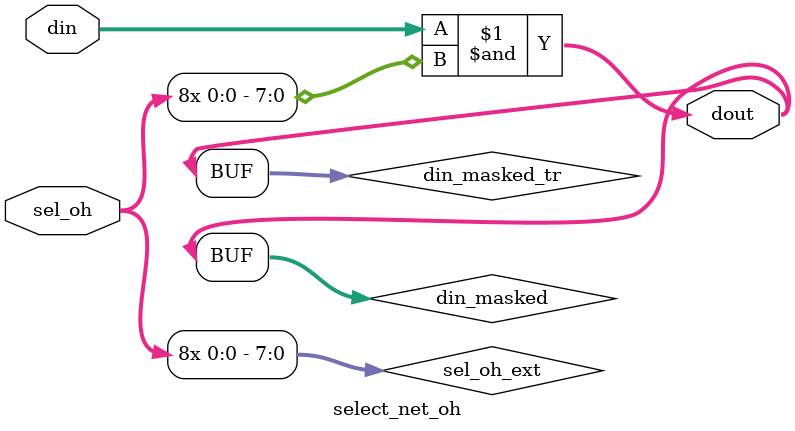
<source format=sv>

`include "DWC_ddrctl_all_defs.svh"
module select_net_oh 
  #(
    parameter NUM_INPUTS = 1,
    parameter DATAW=8
    )
   (
    input   [DATAW*NUM_INPUTS -1:0]      din,
    input   [NUM_INPUTS-1:0]             sel_oh,
    output  [DATAW-1:0]                  dout
    );
   

  wire [DATAW*NUM_INPUTS -1:0] sel_oh_ext;
  // e.g.) sel_oh = 0010, DATAW=5
  // extended_sel_oh = 00000_00000_11111_00000
  wire [DATAW*NUM_INPUTS -1:0] din_masked;
  // sel_oh_ext & din. unselected din is masked to 0
    
  wire [DATAW*NUM_INPUTS -1:0] din_masked_tr;
  // convert data
  // 01101_00000_00000_00000 -->  0000_1000_1000_0000_1000 

  assign din_masked = din & sel_oh_ext; // Mask unselected bits

//spyglass disable_block SelfDeterminedExpr-ML
//SMD: Self determined expression '(data_idx * NUM_INPUTS)' found in module 'select_net_oh'
//SJ: This coding style is acceptable and there is no plan to change it.
  
//spyglass disable_block TA_09
//SMD: Net 'DWC_ddrctl.U_ddrc_dch1.U_ddrc_cp_top.\ddrc_ctrl_inst[0].U_ddrc_cp .U_ddrc_cpf.teengine.RDreplace.RD_vpr_selnet.selected_in_oh[126:96]' [in 'select_net_hmatrix'] is not observable[affected by other input(s)]
//SJ: This is expected in non-power of two RD CAM depth configs because 'selected_in_oh[RD_CAM_ENTRIES_EXTEND:RD_CAM_ENTRIES]' are always 0.

  generate           
    genvar sel_idx, data_idx;

    for (data_idx=0;data_idx<DATAW;data_idx=data_idx+1) begin : data_idx_loop
      for (sel_idx=0;sel_idx<NUM_INPUTS;sel_idx=sel_idx+1) begin : sel_idx_loop
        assign sel_oh_ext[sel_idx*DATAW+data_idx] = sel_oh[sel_idx];
        // expand sel_oh

        assign din_masked_tr[data_idx*NUM_INPUTS+sel_idx] = din_masked[sel_idx*DATAW+data_idx];
      end 
      assign dout[data_idx] = (|din_masked_tr[data_idx*NUM_INPUTS+:NUM_INPUTS]); 
      // OR'd each bits
    end

  endgenerate
//spyglass enable_block TA_09
//spyglass enable_block SelfDeterminedExpr-ML

endmodule

</source>
